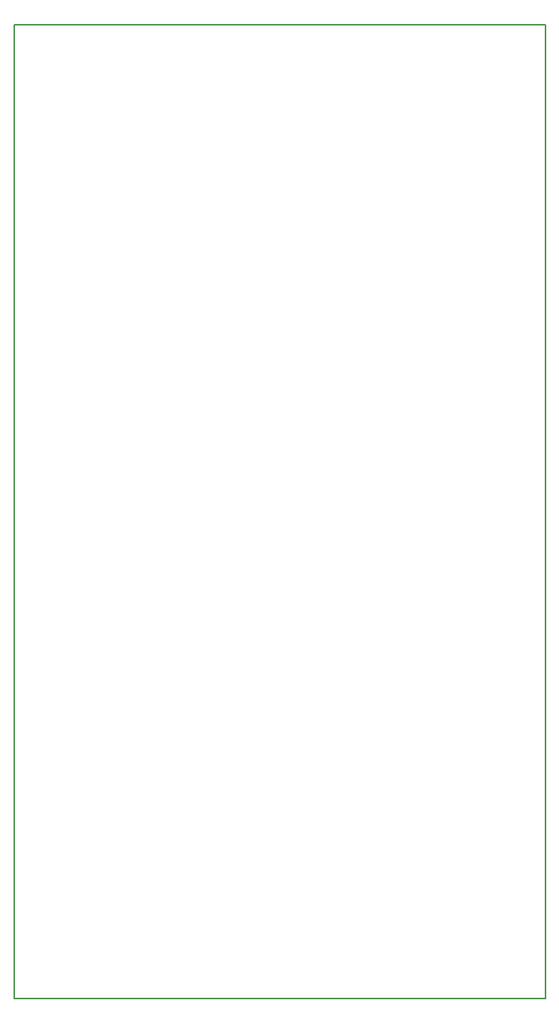
<source format=gbr>
G04 #@! TF.GenerationSoftware,KiCad,Pcbnew,(5.1.5)-3*
G04 #@! TF.CreationDate,2020-05-14T10:55:58+01:00*
G04 #@! TF.ProjectId,AddaTone Controls,41646461-546f-46e6-9520-436f6e74726f,rev?*
G04 #@! TF.SameCoordinates,Original*
G04 #@! TF.FileFunction,Profile,NP*
%FSLAX46Y46*%
G04 Gerber Fmt 4.6, Leading zero omitted, Abs format (unit mm)*
G04 Created by KiCad (PCBNEW (5.1.5)-3) date 2020-05-14 10:55:58*
%MOMM*%
%LPD*%
G04 APERTURE LIST*
%ADD10C,0.200000*%
G04 APERTURE END LIST*
D10*
X160000000Y-50000000D02*
X160000000Y-160000000D01*
X100000000Y-160000000D02*
X160000000Y-160000000D01*
X100000000Y-50000000D02*
X100000000Y-160000000D01*
X100000000Y-50000000D02*
X160000000Y-50000000D01*
M02*

</source>
